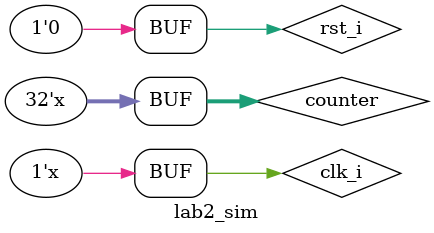
<source format=v>
`timescale 1ns / 1ps


module lab2_sim();

    reg clk_i;
    reg rst_i;
    wire led_o;
    
    lab2 sim(clk_i, rst_i, led_o);
    integer counter;
        initial begin
            clk_i = 0;
            rst_i = 0;
            counter = 'd0;
            
            #200;
            rst_i = 1;
            #200;
            rst_i = 0;
        end
        
        always begin
            #5;
            clk_i = ~clk_i;
            counter = counter+1;
            $monitor("[%0t] counter=%0d clk_i=%0b rst_i=%0b led_o=%0b", $time, counter, clk_i, rst_i, led_o);
        end
        
        
    
endmodule

</source>
